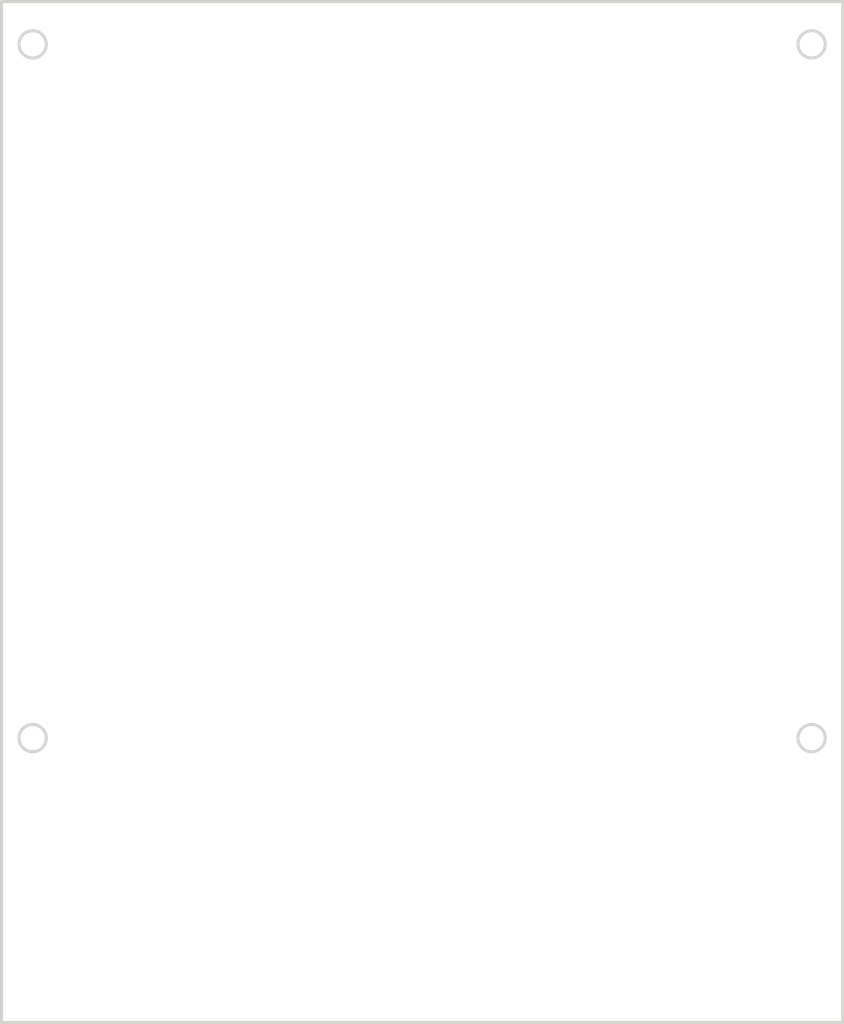
<source format=kicad_pcb>
(kicad_pcb (version 20171130) (host pcbnew "(5.0.0)")

  (general
    (thickness 1.6)
    (drawings 8)
    (tracks 0)
    (zones 0)
    (modules 0)
    (nets 1)
  )

  (page A4)
  (layers
    (0 F.Cu signal)
    (31 B.Cu signal)
    (32 B.Adhes user)
    (33 F.Adhes user)
    (34 B.Paste user)
    (35 F.Paste user)
    (36 B.SilkS user)
    (37 F.SilkS user)
    (38 B.Mask user)
    (39 F.Mask user)
    (40 Dwgs.User user)
    (41 Cmts.User user)
    (42 Eco1.User user)
    (43 Eco2.User user)
    (44 Edge.Cuts user)
    (45 Margin user)
    (46 B.CrtYd user)
    (47 F.CrtYd user)
    (48 B.Fab user)
    (49 F.Fab user)
  )

  (setup
    (last_trace_width 0.4)
    (trace_clearance 0.4)
    (zone_clearance 0.508)
    (zone_45_only no)
    (trace_min 0.2)
    (segment_width 0.2)
    (edge_width 0.2)
    (via_size 0.8)
    (via_drill 0.4)
    (via_min_size 0.4)
    (via_min_drill 0.3)
    (uvia_size 0.3)
    (uvia_drill 0.1)
    (uvias_allowed no)
    (uvia_min_size 0.2)
    (uvia_min_drill 0.1)
    (pcb_text_width 0.3)
    (pcb_text_size 1.5 1.5)
    (mod_edge_width 0.15)
    (mod_text_size 1 1)
    (mod_text_width 0.15)
    (pad_size 1.78 1.78)
    (pad_drill 1.78)
    (pad_to_mask_clearance 0.2)
    (aux_axis_origin 0 0)
    (visible_elements 7FFFFFFF)
    (pcbplotparams
      (layerselection 0x010fc_ffffffff)
      (usegerberextensions false)
      (usegerberattributes false)
      (usegerberadvancedattributes false)
      (creategerberjobfile false)
      (excludeedgelayer true)
      (linewidth 0.100000)
      (plotframeref false)
      (viasonmask false)
      (mode 1)
      (useauxorigin false)
      (hpglpennumber 1)
      (hpglpenspeed 20)
      (hpglpendiameter 15.000000)
      (psnegative false)
      (psa4output false)
      (plotreference true)
      (plotvalue true)
      (plotinvisibletext false)
      (padsonsilk false)
      (subtractmaskfromsilk false)
      (outputformat 1)
      (mirror false)
      (drillshape 1)
      (scaleselection 1)
      (outputdirectory ""))
  )

  (net 0 "")

  (net_class Default "This is the default net class."
    (clearance 0.4)
    (trace_width 0.4)
    (via_dia 0.8)
    (via_drill 0.4)
    (uvia_dia 0.3)
    (uvia_drill 0.1)
  )

  (net_class Power ""
    (clearance 0.4)
    (trace_width 0.8)
    (via_dia 0.8)
    (via_drill 0.4)
    (uvia_dia 0.3)
    (uvia_drill 0.1)
  )

  (gr_circle (center 125.4 129.97) (end 126.29 129.97) (layer Edge.Cuts) (width 0.2) (tstamp 5BB3877C))
  (gr_circle (center 74.6 129.97) (end 75.49 129.97) (layer Edge.Cuts) (width 0.2) (tstamp 5BB3877C))
  (gr_circle (center 74.6 84.76) (end 75.49 84.76) (layer Edge.Cuts) (width 0.2) (tstamp 5BB38749))
  (gr_circle (center 125.4 84.76) (end 126.29 84.76) (layer Edge.Cuts) (width 0.2))
  (gr_line (start 72.57 81.97) (end 72.57 148.51) (layer Edge.Cuts) (width 0.2))
  (gr_line (start 72.57 148.51) (end 127.43 148.51) (layer Edge.Cuts) (width 0.2))
  (gr_line (start 127.43 81.97) (end 127.43 148.51) (layer Edge.Cuts) (width 0.2))
  (gr_line (start 72.57 81.97) (end 127.43 81.97) (layer Edge.Cuts) (width 0.2))

)

</source>
